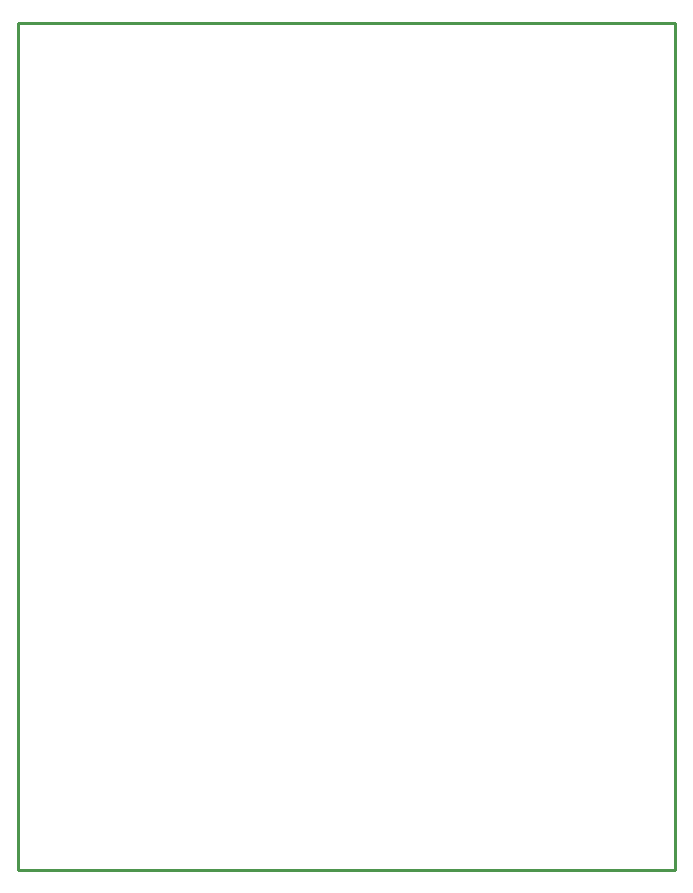
<source format=gm1>
%FSLAX24Y24*%
%MOIN*%
G70*
G01*
G75*
G04 Layer_Color=16711935*
%ADD10R,0.0630X0.0520*%
%ADD11R,0.0600X0.0520*%
%ADD12R,0.0800X0.0260*%
%ADD13R,0.0520X0.0630*%
%ADD14R,0.0520X0.0600*%
%ADD15C,0.0350*%
%ADD16C,0.0600*%
%ADD17C,0.0700*%
%ADD18R,0.1500X0.1500*%
%ADD19O,0.0600X0.1200*%
%ADD20C,0.0670*%
%ADD21O,0.0660X0.1320*%
%ADD22C,0.1300*%
G04:AMPARAMS|DCode=23|XSize=48mil|YSize=48mil|CornerRadius=0mil|HoleSize=0mil|Usage=FLASHONLY|Rotation=180.000|XOffset=0mil|YOffset=0mil|HoleType=Round|Shape=Octagon|*
%AMOCTAGOND23*
4,1,8,-0.0240,0.0120,-0.0240,-0.0120,-0.0120,-0.0240,0.0120,-0.0240,0.0240,-0.0120,0.0240,0.0120,0.0120,0.0240,-0.0120,0.0240,-0.0240,0.0120,0.0*
%
%ADD23OCTAGOND23*%

%ADD24C,0.0500*%
%ADD25R,0.0433X0.0551*%
%ADD26C,0.0650*%
%ADD27C,0.0060*%
%ADD28C,0.0040*%
%ADD29C,0.0020*%
%ADD30C,0.0100*%
%ADD31C,0.0034*%
%ADD32R,0.0300X0.0250*%
%ADD33R,0.0500X0.1100*%
%ADD34R,0.0050X0.0200*%
%ADD35R,0.0710X0.0600*%
%ADD36R,0.0680X0.0600*%
%ADD37R,0.0880X0.0340*%
%ADD38R,0.0600X0.0710*%
%ADD39R,0.0600X0.0680*%
%ADD40R,0.1580X0.1580*%
%ADD41O,0.0680X0.1280*%
%ADD42C,0.0750*%
%ADD43O,0.0740X0.1400*%
%ADD44C,0.1380*%
G04:AMPARAMS|DCode=45|XSize=56mil|YSize=56mil|CornerRadius=0mil|HoleSize=0mil|Usage=FLASHONLY|Rotation=180.000|XOffset=0mil|YOffset=0mil|HoleType=Round|Shape=Octagon|*
%AMOCTAGOND45*
4,1,8,-0.0280,0.0140,-0.0280,-0.0140,-0.0140,-0.0280,0.0140,-0.0280,0.0280,-0.0140,0.0280,0.0140,0.0140,0.0280,-0.0140,0.0280,-0.0280,0.0140,0.0*
%
%ADD45OCTAGOND45*%

%ADD46C,0.0580*%
%ADD47R,0.0513X0.0631*%
D30*
X-0Y-0D02*
Y28250D01*
X21900D01*
Y-0D02*
Y28250D01*
X-0Y-0D02*
X21900D01*
M02*

</source>
